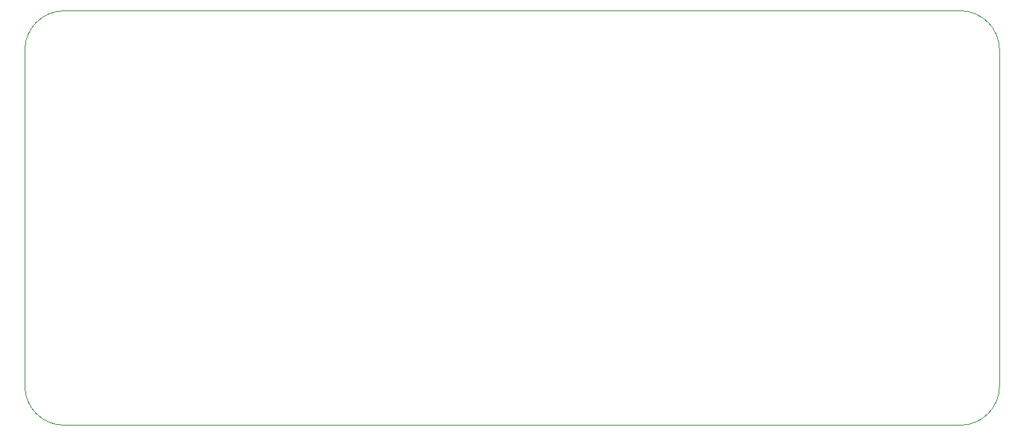
<source format=gbr>
%TF.GenerationSoftware,KiCad,Pcbnew,9.0.1*%
%TF.CreationDate,2025-06-03T12:38:30-05:00*%
%TF.ProjectId,Orientation_Paddle,4f726965-6e74-4617-9469-6f6e5f506164,2.0*%
%TF.SameCoordinates,Original*%
%TF.FileFunction,Profile,NP*%
%FSLAX46Y46*%
G04 Gerber Fmt 4.6, Leading zero omitted, Abs format (unit mm)*
G04 Created by KiCad (PCBNEW 9.0.1) date 2025-06-03 12:38:30*
%MOMM*%
%LPD*%
G01*
G04 APERTURE LIST*
%TA.AperFunction,Profile*%
%ADD10C,0.100000*%
%TD*%
G04 APERTURE END LIST*
D10*
X177799998Y-144144998D02*
X76200000Y-144144998D01*
X177799998Y-97155000D02*
G75*
G02*
X182245000Y-101600000I2J-4445000D01*
G01*
X182244998Y-139699998D02*
G75*
G02*
X177799998Y-144144998I-4444998J-2D01*
G01*
X182244998Y-101600000D02*
X182244998Y-139699998D01*
X76200000Y-144144998D02*
G75*
G02*
X71755002Y-139699998I0J4444998D01*
G01*
X76200000Y-97155000D02*
X177799998Y-97155000D01*
X71755000Y-139699998D02*
X71755000Y-101600000D01*
X71755000Y-101600000D02*
G75*
G02*
X76200000Y-97155000I4445000J0D01*
G01*
M02*

</source>
